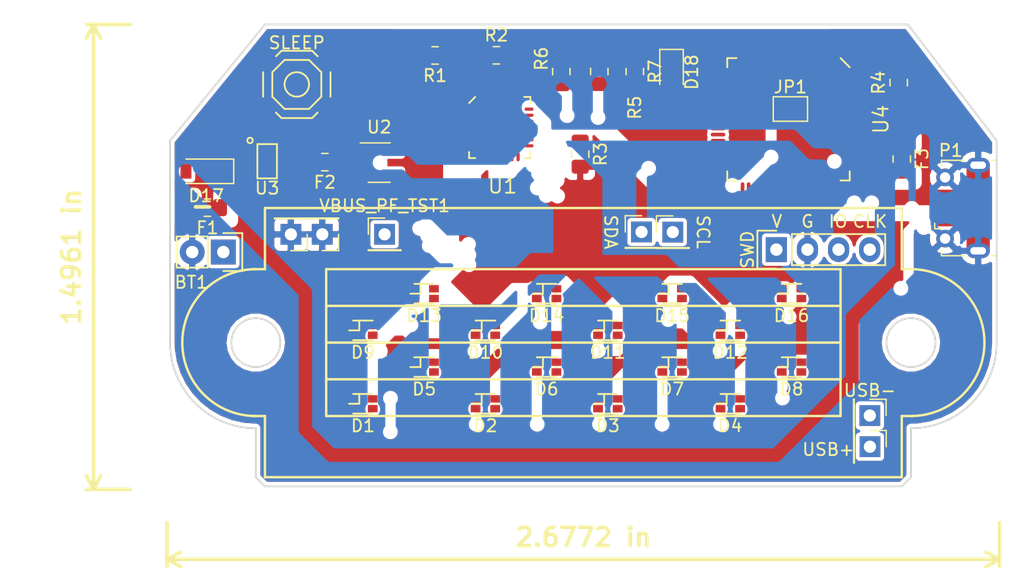
<source format=kicad_pcb>
(kicad_pcb (version 20171130) (host pcbnew 5.0.2+dfsg1-1)
  (layers (0 F.Cu signal) (31 B.Cu signal) (34 B.Paste user) (35 F.Paste user) (36 B.SilkS user) (37 F.SilkS user) (38 B.Mask user) (39 F.Mask user) (44 Edge.Cuts user))
  (net 0 "")
  (net 1 +BATT)
  (net 2 GND)
  (net 3 "Net-(D1-Pad1)")
  (net 4 "Net-(D1-Pad2)")
  (net 5 "Net-(D1-Pad3)")
  (net 6 "Net-(D1-Pad4)")
  (net 7 "Net-(D10-Pad1)")
  (net 8 "Net-(D10-Pad2)")
  (net 9 "Net-(D10-Pad3)")
  (net 10 "Net-(D10-Pad4)")
  (net 11 VBUS)
  (net 12 +5V)
  (net 13 /USB_DM)
  (net 14 "Net-(P1-Pad4)")
  (net 15 /USB_DP)
  (net 16 /SDB)
  (net 17 /INTB)
  (net 18 +3V3)
  (net 19 /BOOT0)
  (net 20 "Net-(U1-Pad23)")
  (net 21 /SDA)
  (net 22 /SCL)
  (net 23 "Net-(U2-Pad4)")
  (net 24 "Net-(U3-Pad4)")
  (net 25 "Net-(U4-Pad3)")
  (net 26 "Net-(U4-Pad4)")
  (net 27 "Net-(U4-Pad5)")
  (net 28 "Net-(U4-Pad6)")
  (net 29 /NRST)
  (net 30 "Net-(U4-Pad8)")
  (net 31 "Net-(U4-Pad9)")
  (net 32 "Net-(U4-Pad10)")
  (net 33 "Net-(U4-Pad11)")
  (net 34 "Net-(U4-Pad14)")
  (net 35 "Net-(U4-Pad15)")
  (net 36 "Net-(U4-Pad16)")
  (net 37 "Net-(U4-Pad17)")
  (net 38 "Net-(U4-Pad20)")
  (net 39 "Net-(U4-Pad22)")
  (net 40 "Net-(U4-Pad23)")
  (net 41 "Net-(U4-Pad24)")
  (net 42 "Net-(U4-Pad25)")
  (net 43 "Net-(U4-Pad26)")
  (net 44 "Net-(U4-Pad27)")
  (net 45 "Net-(U4-Pad28)")
  (net 46 "Net-(U4-Pad29)")
  (net 47 "Net-(U4-Pad30)")
  (net 48 "Net-(U4-Pad33)")
  (net 49 "Net-(U4-Pad34)")
  (net 50 "Net-(U4-Pad35)")
  (net 51 "Net-(U4-Pad36)")
  (net 52 "Net-(U4-Pad37)")
  (net 53 "Net-(U4-Pad38)")
  (net 54 "Net-(U4-Pad39)")
  (net 55 "Net-(U4-Pad40)")
  (net 56 "Net-(U4-Pad41)")
  (net 57 "Net-(U4-Pad50)")
  (net 58 "Net-(U4-Pad51)")
  (net 59 "Net-(U4-Pad52)")
  (net 60 "Net-(U4-Pad54)")
  (net 61 "Net-(U4-Pad55)")
  (net 62 "Net-(U4-Pad56)")
  (net 63 "Net-(U4-Pad57)")
  (net 64 "Net-(U4-Pad58)")
  (net 65 "Net-(U4-Pad59)")
  (net 66 "Net-(U4-Pad61)")
  (net 67 "Net-(U4-Pad62)")
  (net 68 /SWDIO)
  (net 69 /SWCLK)
  (net 70 "Net-(SW1-Pad2)")
  (net 71 "Net-(U4-Pad53)")
  (net 72 /LED_CURRENT)
  (net 73 "Net-(D17-Pad1)")
  (net 74 "Net-(D17-Pad2)")
  (net 75 "Net-(F1-Pad1)")
  (net 76 /CRASH_LED)
  (net 77 "Net-(D18-Pad2)")
  (net 78 "Net-(D12-Pad1)")
  (net 79 "Net-(D14-Pad1)")
  (net 80 "Net-(D16-Pad1)")
  (net 81 "Net-(D11-Pad1)")
  (net 82 "Net-(D13-Pad1)")
  (net 83 "Net-(D15-Pad1)")
  (module lixie:LED_LSTD_0606 (layer F.Cu) (at 86 93)
    (fp_text reference D1 (at 0 1.8) (layer F.SilkS))
    (fp_text value LED_ARBG)
    (pad 1 smd rect (at -0.8 -0.4) (size 0.8 0.6) (layers F.Cu F.Paste F.Mask) (net 3 "Net-(D1-Pad1)") (clearance 0.00001))
    (pad 3 smd rect (at -0.8 0.4) (size 0.8 0.6) (layers F.Cu F.Paste F.Mask) (net 5 "Net-(D1-Pad3)") (clearance 0.00001))
    (pad 4 smd rect (at 0.8 0.4) (size 0.8 0.6) (layers F.Cu F.Paste F.Mask) (net 6 "Net-(D1-Pad4)") (clearance 0.00001))
    (pad 2 smd rect (at 0.8 -0.4) (size 0.8 0.6) (layers F.Cu F.Paste F.Mask) (net 4 "Net-(D1-Pad2)") (clearance 0.00001))
  )
  (module Connector_PinHeader_2.54mm:PinHeader_1x01_P2.54mm_Vertical (layer F.Cu) (at 87.77 79.15)
    (fp_text reference VBUS_PF_TST1 (at 0 -2.33) (layer F.SilkS))
    (fp_text value TestPoint)
    (pad 1 thru_hole rect (at 0 0) (size 1.7 1.7) (drill 1) (layers *.Cu *.Mask) (net 73 "Net-(D17-Pad1)"))
  )
  (module Pin_Headers:Pin_Header_Straight_1x02 (layer F.Cu) (at 74.6 80.6 270)
    (fp_text reference BT1 (at 2.47 2.62 180) (layer F.SilkS))
    (fp_text value Battery_Cell hide)
    (pad 1 thru_hole rect (at 0 0 270) (size 2.032 2.032) (drill 1.016) (layers *.Cu *.Mask) (net 1 +BATT))
    (pad 2 thru_hole oval (at 0 2.54 270) (size 2.032 2.032) (drill 1.016) (layers *.Cu *.Mask) (net 2 GND))
  )
  (module lixie:USB_Micro-B_Molex-105017-0001 (layer F.Cu) (at 135 77 90)
    (fp_text reference P1 (at 4.7 -1 180) (layer F.SilkS))
    (fp_text value USB_OTG hide)
    (pad 6 smd rect (at 1 1.2375 90) (size 1.5 1.9) (layers F.Cu F.Paste F.Mask) (net 2 GND))
    (pad 6 thru_hole circle (at -2.5 -1.4625 90) (size 1.45 1.45) (drill 0.85) (layers *.Cu *.Mask) (net 2 GND))
    (pad 2 smd rect (at -0.65 -1.4625 90) (size 0.4 1.35) (layers F.Cu F.Paste F.Mask) (net 13 /USB_DM))
    (pad 1 smd rect (at -1.3 -1.4625 90) (size 0.4 1.35) (layers F.Cu F.Paste F.Mask) (net 12 +5V))
    (pad 5 smd rect (at 1.3 -1.4625 90) (size 0.4 1.35) (layers F.Cu F.Paste F.Mask) (net 2 GND))
    (pad 4 smd rect (at 0.65 -1.4625 90) (size 0.4 1.35) (layers F.Cu F.Paste F.Mask) (net 14 "Net-(P1-Pad4)"))
    (pad 3 smd rect (at 0 -1.4625 90) (size 0.4 1.35) (layers F.Cu F.Paste F.Mask) (net 15 /USB_DP))
    (pad 6 thru_hole circle (at 2.5 -1.4625 90) (size 1.45 1.45) (drill 0.85) (layers *.Cu *.Mask) (net 2 GND))
    (pad 6 smd rect (at -1 1.2375 90) (size 1.5 1.9) (layers F.Cu F.Paste F.Mask) (net 2 GND))
    (pad 6 thru_hole oval (at -3.5 1.2375 270) (size 1.2 1.9) (drill oval 0.6 1.3) (layers *.Cu *.Mask) (net 2 GND))
    (pad 6 thru_hole oval (at 3.5 1.2375 90) (size 1.2 1.9) (drill oval 0.6 1.3) (layers *.Cu *.Mask) (net 2 GND))
    (pad 6 smd rect (at 2.9 1.2375 90) (size 1.2 1.9) (layers F.Cu F.Mask) (net 2 GND))
    (pad 6 smd rect (at -2.9 1.2375 90) (size 1.2 1.9) (layers F.Cu F.Mask) (net 2 GND))
  )
  (module lixie:IS31FL3738 (layer F.Cu) (at 97.169999 70.419999)
    (fp_text reference U1 (at 0.230001 4.780001) (layer F.SilkS) (effects (font (size 1.2 1.2))))
    (fp_text value IS31FL3738 hide)
    (pad 1 smd oval (at -2.395 -1.5 90) (size 0.26 0.74) (layers F.Cu F.Paste F.Mask) (net 2 GND) (clearance 0.00001))
    (pad 2 smd oval (at -2.395 -1 90) (size 0.26 0.74) (layers F.Cu F.Paste F.Mask) (net 9 "Net-(D10-Pad3)") (clearance 0.00001))
    (pad 3 smd oval (at -2.395 -0.5 90) (size 0.26 0.74) (layers F.Cu F.Paste F.Mask) (net 10 "Net-(D10-Pad4)") (clearance 0.00001))
    (pad 4 smd oval (at -2.395 0 90) (size 0.26 0.74) (layers F.Cu F.Paste F.Mask) (net 2 GND) (clearance 0.00001))
    (pad 5 smd oval (at -2.395 0.5 90) (size 0.26 0.74) (layers F.Cu F.Paste F.Mask) (net 8 "Net-(D10-Pad2)") (clearance 0.00001))
    (pad 6 smd oval (at -2.395 1 90) (size 0.26 0.74) (layers F.Cu F.Paste F.Mask) (net 5 "Net-(D1-Pad3)") (clearance 0.00001))
    (pad 7 smd oval (at -2.395 1.5 90) (size 0.26 0.74) (layers F.Cu F.Paste F.Mask) (net 6 "Net-(D1-Pad4)") (clearance 0.00001))
    (pad 8 smd oval (at -1.5 2.395) (size 0.26 0.74) (layers F.Cu F.Paste F.Mask) (net 2 GND) (clearance 0.00001))
    (pad 9 smd oval (at -1 2.395) (size 0.26 0.74) (layers F.Cu F.Paste F.Mask) (net 4 "Net-(D1-Pad2)") (clearance 0.00001))
    (pad 10 smd oval (at -0.5 2.395) (size 0.26 0.74) (layers F.Cu F.Paste F.Mask) (net 3 "Net-(D1-Pad1)") (clearance 0.00001))
    (pad 11 smd oval (at 0 2.395) (size 0.26 0.74) (layers F.Cu F.Paste F.Mask) (net 7 "Net-(D10-Pad1)") (clearance 0.00001))
    (pad 12 smd oval (at 0.5 2.395) (size 0.26 0.74) (layers F.Cu F.Paste F.Mask) (net 11 VBUS) (clearance 0.00001))
    (pad 13 smd oval (at 1 2.395) (size 0.26 0.74) (layers F.Cu F.Paste F.Mask) (net 81 "Net-(D11-Pad1)") (clearance 0.00001))
    (pad 14 smd oval (at 1.5 2.395) (size 0.26 0.74) (layers F.Cu F.Paste F.Mask) (net 78 "Net-(D12-Pad1)") (clearance 0.00001))
    (pad 15 smd oval (at 2.395 1.5 90) (size 0.26 0.74) (layers F.Cu F.Paste F.Mask) (net 82 "Net-(D13-Pad1)") (clearance 0.00001))
    (pad 16 smd oval (at 2.395 1 90) (size 0.26 0.74) (layers F.Cu F.Paste F.Mask) (net 79 "Net-(D14-Pad1)") (clearance 0.00001))
    (pad 17 smd oval (at 2.395 0.5 90) (size 0.26 0.74) (layers F.Cu F.Paste F.Mask) (net 11 VBUS) (clearance 0.00001))
    (pad 18 smd oval (at 2.395 0 90) (size 0.26 0.74) (layers F.Cu F.Paste F.Mask) (net 83 "Net-(D15-Pad1)") (clearance 0.00001))
    (pad 19 smd oval (at 2.395 -0.5 90) (size 0.26 0.74) (layers F.Cu F.Paste F.Mask) (net 80 "Net-(D16-Pad1)") (clearance 0.00001))
    (pad 20 smd oval (at 2.395 -1 90) (size 0.26 0.74) (layers F.Cu F.Paste F.Mask) (net 72 /LED_CURRENT) (clearance 0.00001))
    (pad 21 smd oval (at 2.395 -1.5 90) (size 0.26 0.74) (layers F.Cu F.Paste F.Mask) (net 11 VBUS) (clearance 0.00001))
    (pad 22 smd oval (at 1.5 -2.395) (size 0.26 0.74) (layers F.Cu F.Paste F.Mask) (net 18 +3V3) (clearance 0.00001))
    (pad 23 smd oval (at 1 -2.395) (size 0.26 0.74) (layers F.Cu F.Paste F.Mask) (net 20 "Net-(U1-Pad23)") (clearance 0.00001))
    (pad 24 smd oval (at 0.5 -2.395) (size 0.26 0.74) (layers F.Cu F.Paste F.Mask) (net 21 /SDA) (clearance 0.00001))
    (pad 25 smd oval (at 0 -2.395) (size 0.26 0.74) (layers F.Cu F.Paste F.Mask) (net 22 /SCL) (clearance 0.00001))
    (pad 26 smd oval (at -0.5 -2.395) (size 0.26 0.74) (layers F.Cu F.Paste F.Mask) (net 2 GND) (clearance 0.00001))
    (pad 27 smd oval (at -1 -2.395) (size 0.26 0.74) (layers F.Cu F.Paste F.Mask) (net 17 /INTB) (clearance 0.00001))
    (pad 28 smd oval (at -1.5 -2.395) (size 0.26 0.74) (layers F.Cu F.Paste F.Mask) (net 16 /SDB) (clearance 0.00001))
    (pad 29 smd rect (at 0 0) (size 3.5 3.5) (layers F.Cu F.Paste F.Mask) (net 2 GND) (clearance 0.001))
  )
  (module Pin_Headers:Pin_Header_Straight_1x04 (layer F.Cu) (at 119.76 80.4 90)
    (fp_text reference SWD (at 0 -2.36 90) (layer F.SilkS))
    (fp_text value CONN_01X04 hide)
    (pad 1 thru_hole rect (at 0 0 90) (size 2.032 1.7272) (drill 1.016) (layers *.Cu *.Mask) (net 18 +3V3))
    (pad 2 thru_hole oval (at 0 2.54 90) (size 2.032 1.7272) (drill 1.016) (layers *.Cu *.Mask) (net 2 GND))
    (pad 3 thru_hole oval (at 0 5.08 90) (size 2.032 1.7272) (drill 1.016) (layers *.Cu *.Mask) (net 68 /SWDIO))
    (pad 4 thru_hole oval (at 0 7.62 90) (size 2.032 1.7272) (drill 1.016) (layers *.Cu *.Mask) (net 69 /SWCLK))
  )
  (module Buttons_Switches_SMD:SW_SPST_TL3342 (layer F.Cu) (at 80.6 66.9)
    (fp_text reference SLEEP (at 0 -3.4 180) (layer F.SilkS))
    (fp_text value SW_Push hide)
    (pad 1 smd rect (at -3.15 -1.9) (size 1.7 1) (layers F.Cu F.Paste F.Mask) (net 2 GND))
    (pad 1 smd rect (at 3.15 -1.9) (size 1.7 1) (layers F.Cu F.Paste F.Mask) (net 2 GND))
    (pad 2 smd rect (at -3.15 1.9) (size 1.7 1) (layers F.Cu F.Paste F.Mask) (net 70 "Net-(SW1-Pad2)"))
    (pad 2 smd rect (at 3.15 1.9) (size 1.7 1) (layers F.Cu F.Paste F.Mask) (net 70 "Net-(SW1-Pad2)"))
  )
  (module Connector_PinHeader_2.54mm:PinHeader_1x01_P2.54mm_Vertical (layer F.Cu) (at 111.3 78.97)
    (fp_text reference SCL_TST1 hide)
    (fp_text value TestPoint hide)
    (pad 1 thru_hole rect (at 0 0) (size 1.7 1.7) (drill 1) (layers *.Cu *.Mask) (net 22 /SCL))
  )
  (module Connector_PinHeader_2.54mm:PinHeader_1x01_P2.54mm_Vertical (layer F.Cu) (at 108.75 78.96)
    (fp_text reference SDA_TST1 hide)
    (fp_text value TestPoint hide)
    (pad 1 thru_hole rect (at 0 0) (size 1.7 1.7) (drill 1) (layers *.Cu *.Mask) (net 21 /SDA))
  )
  (module Connector_PinHeader_2.54mm:PinHeader_1x01_P2.54mm_Vertical (layer F.Cu) (at 127.39 93.96 270)
    (fp_text reference USB_DM_TST1 hide)
    (fp_text value TestPoint hide)
    (pad 1 thru_hole rect (at 0 0 270) (size 1.7 1.7) (drill 1) (layers *.Cu *.Mask) (net 13 /USB_DM))
  )
  (module Connector_PinHeader_2.54mm:PinHeader_1x01_P2.54mm_Vertical (layer F.Cu) (at 127.4 96.51 270)
    (fp_text reference USB_DP_TST1 hide)
    (fp_text value TestPoint hide)
    (pad 1 thru_hole rect (at 0 0 270) (size 1.7 1.7) (drill 1) (layers *.Cu *.Mask) (net 15 /USB_DP))
  )
  (module Connector_PinHeader_2.54mm:PinHeader_1x01_P2.54mm_Vertical (layer F.Cu) (at 82.68 79.15 180)
    (fp_text reference USB_DP_GND1 hide)
    (fp_text value TestPoint hide)
    (pad 1 thru_hole rect (at 0 0 180) (size 1.7 1.7) (drill 1) (layers *.Cu *.Mask) (net 2 GND))
  )
  (module Connector_PinHeader_2.54mm:PinHeader_1x01_P2.54mm_Vertical (layer F.Cu) (at 80.116023 79.155612 180)
    (fp_text reference USB_DP_GND2 hide)
    (fp_text value TestPoint hide)
    (pad 1 thru_hole rect (at 0 0 180) (size 1.7 1.7) (drill 1) (layers *.Cu *.Mask) (net 2 GND))
  )
  (module Resistor_SMD:R_0805_2012Metric_Pad1.15x1.40mm_HandSolder (layer F.Cu) (at 108.2 65.85 270)
    (fp_text reference R7 (at 0 -1.65 270) (layer F.SilkS))
    (fp_text value 10k)
    (pad 1 smd roundrect (at -1.025 0 270) (size 1.15 1.4) (layers F.Cu F.Paste F.Mask) (roundrect_rratio 0.217391) (net 19 /BOOT0))
    (pad 2 smd roundrect (at 1.025 0 270) (size 1.15 1.4) (layers F.Cu F.Paste F.Mask) (roundrect_rratio 0.217391) (net 2 GND))
  )
  (module Resistor_SMD:R_0805_2012Metric_Pad1.15x1.40mm_HandSolder (layer F.Cu) (at 91.89 64.53 180)
    (fp_text reference R1 (at 0 -1.65 180) (layer F.SilkS))
    (fp_text value 4.7k)
    (pad 1 smd roundrect (at -1.025 0 180) (size 1.15 1.4) (layers F.Cu F.Paste F.Mask) (roundrect_rratio 0.217391) (net 18 +3V3))
    (pad 2 smd roundrect (at 1.025 0 180) (size 1.15 1.4) (layers F.Cu F.Paste F.Mask) (roundrect_rratio 0.217391) (net 21 /SDA))
  )
  (module Resistor_SMD:R_0805_2012Metric_Pad1.15x1.40mm_HandSolder (layer F.Cu) (at 96.9 64.52)
    (fp_text reference R2 (at 0 -1.65) (layer F.SilkS))
    (fp_text value 4.7k)
    (pad 2 smd roundrect (at 1.025 0) (size 1.15 1.4) (layers F.Cu F.Paste F.Mask) (roundrect_rratio 0.217391) (net 22 /SCL))
    (pad 1 smd roundrect (at -1.025 0) (size 1.15 1.4) (layers F.Cu F.Paste F.Mask) (roundrect_rratio 0.217391) (net 18 +3V3))
  )
  (module Resistor_SMD:R_0805_2012Metric_Pad1.15x1.40mm_HandSolder (layer F.Cu) (at 103.74 72.6 270)
    (fp_text reference R3 (at 0 -1.65 270) (layer F.SilkS))
    (fp_text value 100k)
    (pad 1 smd roundrect (at -1.025 0 270) (size 1.15 1.4) (layers F.Cu F.Paste F.Mask) (roundrect_rratio 0.217391) (net 16 /SDB))
    (pad 2 smd roundrect (at 1.025 0 270) (size 1.15 1.4) (layers F.Cu F.Paste F.Mask) (roundrect_rratio 0.217391) (net 2 GND))
  )
  (module Resistor_SMD:R_0805_2012Metric_Pad1.15x1.40mm_HandSolder (layer F.Cu) (at 129.75 66.75 90)
    (fp_text reference R4 (at 0 -1.65 90) (layer F.SilkS))
    (fp_text value 100k)
    (pad 2 smd roundrect (at 1.025 0 90) (size 1.15 1.4) (layers F.Cu F.Paste F.Mask) (roundrect_rratio 0.217391) (net 18 +3V3))
    (pad 1 smd roundrect (at -1.025 0 90) (size 1.15 1.4) (layers F.Cu F.Paste F.Mask) (roundrect_rratio 0.217391) (net 17 /INTB))
  )
  (module Resistor_SMD:R_0805_2012Metric_Pad1.15x1.40mm_HandSolder (layer F.Cu) (at 105.3 65.84 270)
    (fp_text reference R5 (at 2.96 -2.9 270) (layer F.SilkS))
    (fp_text value 100k)
    (pad 2 smd roundrect (at 1.025 0 270) (size 1.15 1.4) (layers F.Cu F.Paste F.Mask) (roundrect_rratio 0.217391) (net 2 GND))
    (pad 1 smd roundrect (at -1.025 0 270) (size 1.15 1.4) (layers F.Cu F.Paste F.Mask) (roundrect_rratio 0.217391) (net 72 /LED_CURRENT))
  )
  (module Resistor_SMD:R_0805_2012Metric_Pad1.15x1.40mm_HandSolder (layer F.Cu) (at 102.2 65.85 270)
    (fp_text reference R6 (at -1.05 1.63 270) (layer F.SilkS))
    (fp_text value R)
    (pad 1 smd roundrect (at -1.025 0 270) (size 1.15 1.4) (layers F.Cu F.Paste F.Mask) (roundrect_rratio 0.217391) (net 18 +3V3))
    (pad 2 smd roundrect (at 1.025 0 270) (size 1.15 1.4) (layers F.Cu F.Paste F.Mask) (roundrect_rratio 0.217391) (net 77 "Net-(D18-Pad2)"))
  )
  (module lixie:LED_LSTD_0606 (layer F.Cu) (at 96 93)
    (fp_text reference D2 (at 0 1.8) (layer F.SilkS))
    (fp_text value LED_ARBG)
    (pad 2 smd rect (at 0.8 -0.4) (size 0.8 0.6) (layers F.Cu F.Paste F.Mask) (net 4 "Net-(D1-Pad2)") (clearance 0.00001))
    (pad 4 smd rect (at 0.8 0.4) (size 0.8 0.6) (layers F.Cu F.Paste F.Mask) (net 6 "Net-(D1-Pad4)") (clearance 0.00001))
    (pad 3 smd rect (at -0.8 0.4) (size 0.8 0.6) (layers F.Cu F.Paste F.Mask) (net 5 "Net-(D1-Pad3)") (clearance 0.00001))
    (pad 1 smd rect (at -0.8 -0.4) (size 0.8 0.6) (layers F.Cu F.Paste F.Mask) (net 7 "Net-(D10-Pad1)") (clearance 0.00001))
  )
  (module lixie:LED_LSTD_0606 (layer F.Cu) (at 116 93)
    (fp_text reference D4 (at 0 1.8) (layer F.SilkS))
    (fp_text value LED_ARBG)
    (pad 2 smd rect (at 0.8 -0.4) (size 0.8 0.6) (layers F.Cu F.Paste F.Mask) (net 4 "Net-(D1-Pad2)") (clearance 0.00001))
    (pad 4 smd rect (at 0.8 0.4) (size 0.8 0.6) (layers F.Cu F.Paste F.Mask) (net 6 "Net-(D1-Pad4)") (clearance 0.00001))
    (pad 3 smd rect (at -0.8 0.4) (size 0.8 0.6) (layers F.Cu F.Paste F.Mask) (net 5 "Net-(D1-Pad3)") (clearance 0.00001))
    (pad 1 smd rect (at -0.8 -0.4) (size 0.8 0.6) (layers F.Cu F.Paste F.Mask) (net 78 "Net-(D12-Pad1)") (clearance 0.00001))
  )
  (module lixie:LED_LSTD_0606 (layer F.Cu) (at 91 90)
    (fp_text reference D5 (at 0 1.8) (layer F.SilkS))
    (fp_text value LED_ARBG)
    (pad 1 smd rect (at -0.8 -0.4) (size 0.8 0.6) (layers F.Cu F.Paste F.Mask) (net 82 "Net-(D13-Pad1)") (clearance 0.00001))
    (pad 3 smd rect (at -0.8 0.4) (size 0.8 0.6) (layers F.Cu F.Paste F.Mask) (net 5 "Net-(D1-Pad3)") (clearance 0.00001))
    (pad 4 smd rect (at 0.8 0.4) (size 0.8 0.6) (layers F.Cu F.Paste F.Mask) (net 6 "Net-(D1-Pad4)") (clearance 0.00001))
    (pad 2 smd rect (at 0.8 -0.4) (size 0.8 0.6) (layers F.Cu F.Paste F.Mask) (net 4 "Net-(D1-Pad2)") (clearance 0.00001))
  )
  (module lixie:LED_LSTD_0606 (layer F.Cu) (at 101 90)
    (fp_text reference D6 (at 0 1.8) (layer F.SilkS))
    (fp_text value LED_ARBG)
    (pad 1 smd rect (at -0.8 -0.4) (size 0.8 0.6) (layers F.Cu F.Paste F.Mask) (net 79 "Net-(D14-Pad1)") (clearance 0.00001))
    (pad 3 smd rect (at -0.8 0.4) (size 0.8 0.6) (layers F.Cu F.Paste F.Mask) (net 5 "Net-(D1-Pad3)") (clearance 0.00001))
    (pad 4 smd rect (at 0.8 0.4) (size 0.8 0.6) (layers F.Cu F.Paste F.Mask) (net 6 "Net-(D1-Pad4)") (clearance 0.00001))
    (pad 2 smd rect (at 0.8 -0.4) (size 0.8 0.6) (layers F.Cu F.Paste F.Mask) (net 4 "Net-(D1-Pad2)") (clearance 0.00001))
  )
  (module lixie:LED_LSTD_0606 (layer F.Cu) (at 111.25 90)
    (fp_text reference D7 (at 0 1.8) (layer F.SilkS))
    (fp_text value LED_ARBG)
    (pad 2 smd rect (at 0.8 -0.4) (size 0.8 0.6) (layers F.Cu F.Paste F.Mask) (net 4 "Net-(D1-Pad2)") (clearance 0.00001))
    (pad 4 smd rect (at 0.8 0.4) (size 0.8 0.6) (layers F.Cu F.Paste F.Mask) (net 6 "Net-(D1-Pad4)") (clearance 0.00001))
    (pad 3 smd rect (at -0.8 0.4) (size 0.8 0.6) (layers F.Cu F.Paste F.Mask) (net 5 "Net-(D1-Pad3)") (clearance 0.00001))
    (pad 1 smd rect (at -0.8 -0.4) (size 0.8 0.6) (layers F.Cu F.Paste F.Mask) (net 83 "Net-(D15-Pad1)") (clearance 0.00001))
  )
  (module lixie:LED_LSTD_0606 (layer F.Cu) (at 121 90)
    (fp_text reference D8 (at 0 1.8) (layer F.SilkS))
    (fp_text value LED_ARBG)
    (pad 2 smd rect (at 0.8 -0.4) (size 0.8 0.6) (layers F.Cu F.Paste F.Mask) (net 4 "Net-(D1-Pad2)") (clearance 0.00001))
    (pad 4 smd rect (at 0.8 0.4) (size 0.8 0.6) (layers F.Cu F.Paste F.Mask) (net 6 "Net-(D1-Pad4)") (clearance 0.00001))
    (pad 3 smd rect (at -0.8 0.4) (size 0.8 0.6) (layers F.Cu F.Paste F.Mask) (net 5 "Net-(D1-Pad3)") (clearance 0.00001))
    (pad 1 smd rect (at -0.8 -0.4) (size 0.8 0.6) (layers F.Cu F.Paste F.Mask) (net 80 "Net-(D16-Pad1)") (clearance 0.00001))
  )
  (module lixie:LED_LSTD_0606 (layer F.Cu) (at 86 87)
    (fp_text reference D9 (at 0 1.8) (layer F.SilkS))
    (fp_text value LED_ARBG)
    (pad 1 smd rect (at -0.8 -0.4) (size 0.8 0.6) (layers F.Cu F.Paste F.Mask) (net 3 "Net-(D1-Pad1)") (clearance 0.00001))
    (pad 3 smd rect (at -0.8 0.4) (size 0.8 0.6) (layers F.Cu F.Paste F.Mask) (net 9 "Net-(D10-Pad3)") (clearance 0.00001))
    (pad 4 smd rect (at 0.8 0.4) (size 0.8 0.6) (layers F.Cu F.Paste F.Mask) (net 10 "Net-(D10-Pad4)") (clearance 0.00001))
    (pad 2 smd rect (at 0.8 -0.4) (size 0.8 0.6) (layers F.Cu F.Paste F.Mask) (net 8 "Net-(D10-Pad2)") (clearance 0.00001))
  )
  (module lixie:LED_LSTD_0606 (layer F.Cu) (at 96 87)
    (fp_text reference D10 (at 0 1.8) (layer F.SilkS))
    (fp_text value LED_ARBG)
    (pad 1 smd rect (at -0.8 -0.4) (size 0.8 0.6) (layers F.Cu F.Paste F.Mask) (net 7 "Net-(D10-Pad1)") (clearance 0.00001))
    (pad 3 smd rect (at -0.8 0.4) (size 0.8 0.6) (layers F.Cu F.Paste F.Mask) (net 9 "Net-(D10-Pad3)") (clearance 0.00001))
    (pad 4 smd rect (at 0.8 0.4) (size 0.8 0.6) (layers F.Cu F.Paste F.Mask) (net 10 "Net-(D10-Pad4)") (clearance 0.00001))
    (pad 2 smd rect (at 0.8 -0.4) (size 0.8 0.6) (layers F.Cu F.Paste F.Mask) (net 8 "Net-(D10-Pad2)") (clearance 0.00001))
  )
  (module lixie:LED_LSTD_0606 (layer F.Cu) (at 116 87)
    (fp_text reference D12 (at 0 1.8) (layer F.SilkS))
    (fp_text value LED_ARBG)
    (pad 2 smd rect (at 0.8 -0.4) (size 0.8 0.6) (layers F.Cu F.Paste F.Mask) (net 8 "Net-(D10-Pad2)") (clearance 0.00001))
    (pad 4 smd rect (at 0.8 0.4) (size 0.8 0.6) (layers F.Cu F.Paste F.Mask) (net 10 "Net-(D10-Pad4)") (clearance 0.00001))
    (pad 3 smd rect (at -0.8 0.4) (size 0.8 0.6) (layers F.Cu F.Paste F.Mask) (net 9 "Net-(D10-Pad3)") (clearance 0.00001))
    (pad 1 smd rect (at -0.8 -0.4) (size 0.8 0.6) (layers F.Cu F.Paste F.Mask) (net 78 "Net-(D12-Pad1)") (clearance 0.00001))
  )
  (module lixie:LED_LSTD_0606 (layer F.Cu) (at 91 84)
    (fp_text reference D13 (at 0 1.8) (layer F.SilkS))
    (fp_text value LED_ARBG)
    (pad 2 smd rect (at 0.8 -0.4) (size 0.8 0.6) (layers F.Cu F.Paste F.Mask) (net 8 "Net-(D10-Pad2)") (clearance 0.00001))
    (pad 4 smd rect (at 0.8 0.4) (size 0.8 0.6) (layers F.Cu F.Paste F.Mask) (net 10 "Net-(D10-Pad4)") (clearance 0.00001))
    (pad 3 smd rect (at -0.8 0.4) (size 0.8 0.6) (layers F.Cu F.Paste F.Mask) (net 9 "Net-(D10-Pad3)") (clearance 0.00001))
    (pad 1 smd rect (at -0.8 -0.4) (size 0.8 0.6) (layers F.Cu F.Paste F.Mask) (net 82 "Net-(D13-Pad1)") (clearance 0.00001))
  )
  (module lixie:LED_LSTD_0606 (layer F.Cu) (at 101 84)
    (fp_text reference D14 (at 0 1.8) (layer F.SilkS))
    (fp_text value LED_ARBG)
    (pad 1 smd rect (at -0.8 -0.4) (size 0.8 0.6) (layers F.Cu F.Paste F.Mask) (net 79 "Net-(D14-Pad1)") (clearance 0.00001))
    (pad 3 smd rect (at -0.8 0.4) (size 0.8 0.6) (layers F.Cu F.Paste F.Mask) (net 9 "Net-(D10-Pad3)") (clearance 0.00001))
    (pad 4 smd rect (at 0.8 0.4) (size 0.8 0.6) (layers F.Cu F.Paste F.Mask) (net 10 "Net-(D10-Pad4)") (clearance 0.00001))
    (pad 2 smd rect (at 0.8 -0.4) (size 0.8 0.6) (layers F.Cu F.Paste F.Mask) (net 8 "Net-(D10-Pad2)") (clearance 0.00001))
  )
  (module lixie:LED_LSTD_0606 (layer F.Cu) (at 111.25 84)
    (fp_text reference D15 (at 0 1.8) (layer F.SilkS))
    (fp_text value LED_ARBG)
    (pad 1 smd rect (at -0.8 -0.4) (size 0.8 0.6) (layers F.Cu F.Paste F.Mask) (net 83 "Net-(D15-Pad1)") (clearance 0.00001))
    (pad 3 smd rect (at -0.8 0.4) (size 0.8 0.6) (layers F.Cu F.Paste F.Mask) (net 9 "Net-(D10-Pad3)") (clearance 0.00001))
    (pad 4 smd rect (at 0.8 0.4) (size 0.8 0.6) (layers F.Cu F.Paste F.Mask) (net 10 "Net-(D10-Pad4)") (clearance 0.00001))
    (pad 2 smd rect (at 0.8 -0.4) (size 0.8 0.6) (layers F.Cu F.Paste F.Mask) (net 8 "Net-(D10-Pad2)") (clearance 0.00001))
  )
  (module lixie:LED_LSTD_0606 (layer F.Cu) (at 121 84)
    (fp_text reference D16 (at 0 1.8) (layer F.SilkS))
    (fp_text value LED_ARBG)
    (pad 1 smd rect (at -0.8 -0.4) (size 0.8 0.6) (layers F.Cu F.Paste F.Mask) (net 80 "Net-(D16-Pad1)") (clearance 0.00001))
    (pad 3 smd rect (at -0.8 0.4) (size 0.8 0.6) (layers F.Cu F.Paste F.Mask) (net 9 "Net-(D10-Pad3)") (clearance 0.00001))
    (pad 4 smd rect (at 0.8 0.4) (size 0.8 0.6) (layers F.Cu F.Paste F.Mask) (net 10 "Net-(D10-Pad4)") (clearance 0.00001))
    (pad 2 smd rect (at 0.8 -0.4) (size 0.8 0.6) (layers F.Cu F.Paste F.Mask) (net 8 "Net-(D10-Pad2)") (clearance 0.00001))
  )
  (module Fuse:Fuse_0805_2012Metric_Pad1.15x1.40mm_HandSolder (layer F.Cu) (at 73.3 76.97 180)
    (fp_text reference F1 (at 0 -1.65 180) (layer F.SilkS))
    (fp_text value Polyfuse)
    (pad 1 smd roundrect (at -1.025 0 180) (size 1.15 1.4) (layers F.Cu F.Paste F.Mask) (roundrect_rratio 0.217391) (net 75 "Net-(F1-Pad1)"))
    (pad 2 smd roundrect (at 1.025 0 180) (size 1.15 1.4) (layers F.Cu F.Paste F.Mask) (roundrect_rratio 0.217391) (net 1 +BATT))
  )
  (module Fuse:Fuse_0805_2012Metric_Pad1.15x1.40mm_HandSolder (layer F.Cu) (at 82.89 73.25 180)
    (fp_text reference F2 (at 0 -1.65 180) (layer F.SilkS))
    (fp_text value Polyfuse)
    (pad 1 smd roundrect (at -1.025 0 180) (size 1.15 1.4) (layers F.Cu F.Paste F.Mask) (roundrect_rratio 0.217391) (net 11 VBUS))
    (pad 2 smd roundrect (at 1.025 0 180) (size 1.15 1.4) (layers F.Cu F.Paste F.Mask) (roundrect_rratio 0.217391) (net 73 "Net-(D17-Pad1)"))
  )
  (module Fuse:Fuse_0805_2012Metric_Pad1.15x1.40mm_HandSolder (layer F.Cu) (at 130 73 270)
    (fp_text reference F3 (at 0 -1.65 270) (layer F.SilkS))
    (fp_text value Polyfuse)
    (pad 2 smd roundrect (at 1.025 0 270) (size 1.15 1.4) (layers F.Cu F.Paste F.Mask) (roundrect_rratio 0.217391) (net 74 "Net-(D17-Pad2)"))
    (pad 1 smd roundrect (at -1.025 0 270) (size 1.15 1.4) (layers F.Cu F.Paste F.Mask) (roundrect_rratio 0.217391) (net 12 +5V))
  )
  (module Jumper:SolderJumper-2_P1.3mm_Open_TrianglePad1.0x1.5mm (layer F.Cu) (at 120.905 68.91)
    (fp_text reference JP1 (at 0 -1.8) (layer F.SilkS))
    (fp_text value Jumper_2_Open)
    (pad 2 smd custom (at 0.725 0) (size 0.3 0.3) (layers F.Cu F.Mask) (net 29 /NRST) (options (clearance outline) (anchor rect)) (primitives (gr_poly (pts (xy -0.65 -0.75) (xy 0.5 -0.75) (xy 0.5 0.75) (xy -0.65 0.75) (xy -0.15 0)) (width 0))))
    (pad 1 smd custom (at -0.725 0) (size 0.3 0.3) (layers F.Cu F.Mask) (net 2 GND) (options (clearance outline) (anchor rect)) (primitives (gr_poly (pts (xy -0.5 -0.75) (xy 0.5 -0.75) (xy 1 0) (xy 0.5 0.75) (xy -0.5 0.75)) (width 0))))
  )
  (module lixie:LED_LSTD_0606 (layer F.Cu) (at 106 93)
    (fp_text reference D3 (at 0 1.8) (layer F.SilkS))
    (fp_text value LED_ARBG)
    (pad 2 smd rect (at 0.8 -0.4) (size 0.8 0.6) (layers F.Cu F.Paste F.Mask) (net 4 "Net-(D1-Pad2)") (clearance 0.00001))
    (pad 4 smd rect (at 0.8 0.4) (size 0.8 0.6) (layers F.Cu F.Paste F.Mask) (net 6 "Net-(D1-Pad4)") (clearance 0.00001))
    (pad 3 smd rect (at -0.8 0.4) (size 0.8 0.6) (layers F.Cu F.Paste F.Mask) (net 5 "Net-(D1-Pad3)") (clearance 0.00001))
    (pad 1 smd rect (at -0.8 -0.4) (size 0.8 0.6) (layers F.Cu F.Paste F.Mask) (net 81 "Net-(D11-Pad1)") (clearance 0.00001))
  )
  (module lixie:MIC550x (layer F.Cu) (at 78.18 73.18)
    (fp_text reference U3 (at 0 2.2) (layer F.SilkS))
    (fp_text value MIC550x)
    (pad 1 smd rect (at -1.315 -0.95 180) (size 1 0.66) (layers F.Cu F.Paste F.Mask) (net 11 VBUS) (clearance 0.00001))
    (pad 2 smd rect (at -1.315 0) (size 1 0.66) (layers F.Cu F.Paste F.Mask) (net 2 GND) (clearance 0.00001))
    (pad 3 smd rect (at -1.315 0.95 180) (size 1 0.66) (layers F.Cu F.Paste F.Mask) (net 11 VBUS) (clearance 0.00001))
    (pad 4 smd rect (at 1.315 0.95) (size 1 0.66) (layers F.Cu F.Paste F.Mask) (net 24 "Net-(U3-Pad4)") (clearance 0.00001))
    (pad 5 smd rect (at 1.315 -0.95) (size 1 0.66) (layers F.Cu F.Paste F.Mask) (net 18 +3V3) (clearance 0.00001))
  )
  (module lixie:LED_LSTD_0606 (layer F.Cu) (at 106 87)
    (fp_text reference D11 (at 0 1.8) (layer F.SilkS))
    (fp_text value LED_ARBG)
    (pad 2 smd rect (at 0.8 -0.4) (size 0.8 0.6) (layers F.Cu F.Paste F.Mask) (net 8 "Net-(D10-Pad2)") (clearance 0.00001))
    (pad 4 smd rect (at 0.8 0.4) (size 0.8 0.6) (layers F.Cu F.Paste F.Mask) (net 10 "Net-(D10-Pad4)") (clearance 0.00001))
    (pad 3 smd rect (at -0.8 0.4) (size 0.8 0.6) (layers F.Cu F.Paste F.Mask) (net 9 "Net-(D10-Pad3)") (clearance 0.00001))
    (pad 1 smd rect (at -0.8 -0.4) (size 0.8 0.6) (layers F.Cu F.Paste F.Mask) (net 81 "Net-(D11-Pad1)") (clearance 0.00001))
  )
  (module Diode_SMD:D_SOD-123 (layer F.Cu) (at 73.2 74 180)
    (fp_text reference D17 (at 0 -2 180) (layer F.SilkS))
    (fp_text value D)
    (pad 1 smd rect (at -1.65 0 180) (size 0.9 1.2) (layers F.Cu F.Paste F.Mask) (net 73 "Net-(D17-Pad1)"))
    (pad 2 smd rect (at 1.65 0 180) (size 0.9 1.2) (layers F.Cu F.Paste F.Mask) (net 74 "Net-(D17-Pad2)"))
  )
  (module LED_SMD:LED_0805_2012Metric_Pad1.15x1.40mm_HandSolder (layer F.Cu) (at 111.2 65.9 270)
    (fp_text reference D18 (at 0 -1.65 270) (layer F.SilkS))
    (fp_text value LED)
    (pad 1 smd roundrect (at -1.025 0 270) (size 1.15 1.4) (layers F.Cu F.Paste F.Mask) (roundrect_rratio 0.217391) (net 76 /CRASH_LED))
    (pad 2 smd roundrect (at 1.025 0 270) (size 1.15 1.4) (layers F.Cu F.Paste F.Mask) (roundrect_rratio 0.217391) (net 77 "Net-(D18-Pad2)"))
  )
  (module lixie:MAX40200 (layer F.Cu) (at 87.33 73.29)
    (fp_text reference U2 (at 0 -2.9) (layer F.SilkS))
    (fp_text value MAX40200)
    (pad 1 smd rect (at -1.1 -0.95) (size 1.06 0.65) (layers F.Cu F.Paste F.Mask) (net 75 "Net-(F1-Pad1)"))
    (pad 2 smd rect (at -1.1 0) (size 1.06 0.65) (layers F.Cu F.Paste F.Mask) (net 2 GND))
    (pad 3 smd rect (at -1.1 0.95) (size 1.06 0.65) (layers F.Cu F.Paste F.Mask) (net 75 "Net-(F1-Pad1)"))
    (pad 4 smd rect (at 1.1 0.95) (size 1.06 0.65) (layers F.Cu F.Paste F.Mask) (net 23 "Net-(U2-Pad4)"))
    (pad 5 smd rect (at 1.1 -0.95) (size 1.06 0.65) (layers F.Cu F.Paste F.Mask) (net 73 "Net-(D17-Pad1)"))
  )
  (module lixie:STM32L073RZT3 (layer F.Cu) (at 120.75 69.75 270)
    (fp_text reference U4 (at 0 -7.55 270) (layer F.SilkS) (effects (font (size 1.2 1.2))))
    (fp_text value STM32L073xZ)
    (pad 1 smd oval (at -5.75 -3.75) (size 0.3 1.2) (layers F.Cu F.Paste F.Mask) (net 18 +3V3))
    (pad 2 smd oval (at -5.75 -3.25) (size 0.3 1.2) (layers F.Cu F.Paste F.Mask) (net 70 "Net-(SW1-Pad2)"))
    (pad 3 smd oval (at -5.75 -2.75) (size 0.3 1.2) (layers F.Cu F.Paste F.Mask) (net 25 "Net-(U4-Pad3)"))
    (pad 4 smd oval (at -5.75 -2.25) (size 0.3 1.2) (layers F.Cu F.Paste F.Mask) (net 26 "Net-(U4-Pad4)"))
    (pad 5 smd oval (at -5.75 -1.75) (size 0.3 1.2) (layers F.Cu F.Paste F.Mask) (net 27 "Net-(U4-Pad5)"))
    (pad 6 smd oval (at -5.75 -1.25) (size 0.3 1.2) (layers F.Cu F.Paste F.Mask) (net 28 "Net-(U4-Pad6)"))
    (pad 7 smd oval (at -5.75 -0.75) (size 0.3 1.2) (layers F.Cu F.Paste F.Mask) (net 29 /NRST))
    (pad 8 smd oval (at -5.75 -0.25) (size 0.3 1.2) (layers F.Cu F.Paste F.Mask) (net 30 "Net-(U4-Pad8)"))
    (pad 9 smd oval (at -5.75 0.25) (size 0.3 1.2) (layers F.Cu F.Paste F.Mask) (net 31 "Net-(U4-Pad9)"))
    (pad 10 smd oval (at -5.75 0.75 180) (size 0.3 1.2) (layers F.Cu F.Paste F.Mask) (net 32 "Net-(U4-Pad10)"))
    (pad 11 smd oval (at -5.75 1.25 180) (size 0.3 1.2) (layers F.Cu F.Paste F.Mask) (net 33 "Net-(U4-Pad11)"))
    (pad 12 smd oval (at -5.75 1.75) (size 0.3 1.2) (layers F.Cu F.Paste F.Mask) (net 2 GND))
    (pad 13 smd oval (at -5.75 2.25 180) (size 0.3 1.2) (layers F.Cu F.Paste F.Mask) (net 18 +3V3))
    (pad 14 smd oval (at -5.75 2.75) (size 0.3 1.2) (layers F.Cu F.Paste F.Mask) (net 34 "Net-(U4-Pad14)"))
    (pad 15 smd oval (at -5.75 3.25) (size 0.3 1.2) (layers F.Cu F.Paste F.Mask) (net 35 "Net-(U4-Pad15)"))
    (pad 16 smd oval (at -5.75 3.75) (size 0.3 1.2) (layers F.Cu F.Paste F.Mask) (net 36 "Net-(U4-Pad16)"))
    (pad 17 smd oval (at -3.75 5.75 270) (size 0.3 1.2) (layers F.Cu F.Paste F.Mask) (net 37 "Net-(U4-Pad17)"))
    (pad 18 smd oval (at -3.25 5.75 270) (size 0.3 1.2) (layers F.Cu F.Paste F.Mask) (net 2 GND))
    (pad 19 smd oval (at -2.75 5.75 270) (size 0.3 1.2) (layers F.Cu F.Paste F.Mask) (net 18 +3V3))
    (pad 20 smd oval (at -2.25 5.75 270) (size 0.3 1.2) (layers F.Cu F.Paste F.Mask) (net 38 "Net-(U4-Pad20)"))
    (pad 21 smd oval (at -1.75 5.75 270) (size 0.3 1.2) (layers F.Cu F.Paste F.Mask) (net 76 /CRASH_LED))
    (pad 22 smd oval (at -1.25 5.75 270) (size 0.3 1.2) (layers F.Cu F.Paste F.Mask) (net 39 "Net-(U4-Pad22)"))
    (pad 23 smd oval (at -0.75 5.75 270) (size 0.3 1.2) (layers F.Cu F.Paste F.Mask) (net 40 "Net-(U4-Pad23)"))
    (pad 24 smd oval (at -0.25 5.75 270) (size 0.3 1.2) (layers F.Cu F.Paste F.Mask) (net 41 "Net-(U4-Pad24)"))
    (pad 25 smd oval (at 0.25 5.75 270) (size 0.3 1.2) (layers F.Cu F.Paste F.Mask) (net 42 "Net-(U4-Pad25)"))
    (pad 26 smd oval (at 0.75 5.75 270) (size 0.3 1.2) (layers F.Cu F.Paste F.Mask) (net 43 "Net-(U4-Pad26)"))
    (pad 27 smd oval (at 1.25 5.75 270) (size 0.3 1.2) (layers F.Cu F.Paste F.Mask) (net 44 "Net-(U4-Pad27)"))
    (pad 28 smd oval (at 1.75 5.75 270) (size 0.3 1.2) (layers F.Cu F.Paste F.Mask) (net 45 "Net-(U4-Pad28)"))
    (pad 29 smd oval (at 2.25 5.75 270) (size 0.3 1.2) (layers F.Cu F.Paste F.Mask) (net 46 "Net-(U4-Pad29)"))
    (pad 30 smd oval (at 2.75 5.75 270) (size 0.3 1.2) (layers F.Cu F.Paste F.Mask) (net 47 "Net-(U4-Pad30)"))
    (pad 31 smd oval (at 3.25 5.75 270) (size 0.3 1.2) (layers F.Cu F.Paste F.Mask) (net 2 GND))
    (pad 32 smd oval (at 3.75 5.75 270) (size 0.3 1.2) (layers F.Cu F.Paste F.Mask) (net 18 +3V3))
    (pad 33 smd oval (at 5.75 3.75) (size 0.3 1.2) (layers F.Cu F.Paste F.Mask) (net 48 "Net-(U4-Pad33)"))
    (pad 34 smd oval (at 5.75 3.25) (size 0.3 1.2) (layers F.Cu F.Paste F.Mask) (net 49 "Net-(U4-Pad34)"))
    (pad 35 smd oval (at 5.75 2.75) (size 0.3 1.2) (layers F.Cu F.Paste F.Mask) (net 50 "Net-(U4-Pad35)"))
    (pad 36 smd oval (at 5.75 2.25) (size 0.3 1.2) (layers F.Cu F.Paste F.Mask) (net 51 "Net-(U4-Pad36)"))
    (pad 37 smd oval (at 5.75 1.75) (size 0.3 1.2) (layers F.Cu F.Paste F.Mask) (net 52 "Net-(U4-Pad37)"))
    (pad 38 smd oval (at 5.75 1.25) (size 0.3 1.2) (layers F.Cu F.Paste F.Mask) (net 53 "Net-(U4-Pad38)"))
    (pad 39 smd oval (at 5.75 0.75) (size 0.3 1.2) (layers F.Cu F.Paste F.Mask) (net 54 "Net-(U4-Pad39)"))
    (pad 40 smd oval (at 5.75 0.25) (size 0.3 1.2) (layers F.Cu F.Paste F.Mask) (net 55 "Net-(U4-Pad40)"))
    (pad 41 smd oval (at 5.75 -0.25) (size 0.3 1.2) (layers F.Cu F.Paste F.Mask) (net 56 "Net-(U4-Pad41)"))
    (pad 42 smd oval (at 5.75 -0.75) (size 0.3 1.2) (layers F.Cu F.Paste F.Mask) (net 22 /SCL))
    (pad 43 smd oval (at 5.75 -1.25) (size 0.3 1.2) (layers F.Cu F.Paste F.Mask) (net 21 /SDA))
    (pad 44 smd oval (at 5.75 -1.75) (size 0.3 1.2) (layers F.Cu F.Paste F.Mask) (net 13 /USB_DM))
    (pad 45 smd oval (at 5.75 -2.25) (size 0.3 1.2) (layers F.Cu F.Paste F.Mask) (net 15 /USB_DP))
    (pad 46 smd oval (at 5.75 -2.75) (size 0.3 1.2) (layers F.Cu F.Paste F.Mask) (net 68 /SWDIO))
    (pad 47 smd oval (at 5.75 -3.25) (size 0.3 1.2) (layers F.Cu F.Paste F.Mask) (net 2 GND))
    (pad 48 smd oval (at 5.75 -3.75) (size 0.3 1.2) (layers F.Cu F.Paste F.Mask) (net 11 VBUS))
    (pad 49 smd oval (at 3.75 -5.75 270) (size 0.3 1.2) (layers F.Cu F.Paste F.Mask) (net 69 /SWCLK))
    (pad 50 smd oval (at 3.25 -5.75 270) (size 0.3 1.2) (layers F.Cu F.Paste F.Mask) (net 57 "Net-(U4-Pad50)"))
    (pad 51 smd oval (at 2.75 -5.75 270) (size 0.3 1.2) (layers F.Cu F.Paste F.Mask) (net 58 "Net-(U4-Pad51)"))
    (pad 52 smd oval (at 2.25 -5.75 270) (size 0.3 1.2) (layers F.Cu F.Paste F.Mask) (net 59 "Net-(U4-Pad52)"))
    (pad 53 smd oval (at 1.75 -5.75 270) (size 0.3 1.2) (layers F.Cu F.Paste F.Mask) (net 71 "Net-(U4-Pad53)"))
    (pad 54 smd oval (at 1.25 -5.75 270) (size 0.3 1.2) (layers F.Cu F.Paste F.Mask) (net 60 "Net-(U4-Pad54)"))
    (pad 55 smd oval (at 0.75 -5.75 270) (size 0.3 1.2) (layers F.Cu F.Paste F.Mask) (net 61 "Net-(U4-Pad55)"))
    (pad 56 smd oval (at 0.25 -5.75 270) (size 0.3 1.2) (layers F.Cu F.Paste F.Mask) (net 62 "Net-(U4-Pad56)"))
    (pad 57 smd oval (at -0.25 -5.75 270) (size 0.3 1.2) (layers F.Cu F.Paste F.Mask) (net 63 "Net-(U4-Pad57)"))
    (pad 58 smd oval (at -0.75 -5.75 270) (size 0.3 1.2) (layers F.Cu F.Paste F.Mask) (net 64 "Net-(U4-Pad58)"))
    (pad 59 smd oval (at -1.25 -5.75 270) (size 0.3 1.2) (layers F.Cu F.Paste F.Mask) (net 65 "Net-(U4-Pad59)"))
    (pad 60 smd oval (at -1.75 -5.75 270) (size 0.3 1.2) (layers F.Cu F.Paste F.Mask) (net 19 /BOOT0))
    (pad 61 smd oval (at -2.25 -5.75 270) (size 0.3 1.2) (layers F.Cu F.Paste F.Mask) (net 66 "Net-(U4-Pad61)"))
    (pad 62 smd oval (at -2.75 -5.75 270) (size 0.3 1.2) (layers F.Cu F.Paste F.Mask) (net 67 "Net-(U4-Pad62)"))
    (pad 63 smd oval (at -3.25 -5.75 270) (size 0.3 1.2) (layers F.Cu F.Paste F.Mask) (net 2 GND))
    (pad 64 smd oval (at -3.75 -5.75 270) (size 0.3 1.2) (layers F.Cu F.Paste F.Mask) (net 18 +3V3))
  )
  (gr_text USB+ (at 124 96.74) (layer F.SilkS) (effects (font (size 1 1))))
  (gr_text USB- (at 127.39 91.91) (layer F.SilkS) (effects (font (size 1 1))))
  (gr_text SCL (at 113.78 78.96 270) (layer F.SilkS) (effects (font (size 1 1))))
  (gr_text SDA (at 106.23 78.96 270) (layer F.SilkS) (effects (font (size 1 1))))
  (gr_text - (at 72.9 76.8) (layer F.SilkS) (effects (font (size 1.5 1.5) (thickness 0.3)) (justify mirror)))
  (gr_text CLK (at 127.4 78.1) (layer F.SilkS) (effects (font (size 1 1))))
  (gr_text IO (at 124.8 78.1) (layer F.SilkS) (effects (font (size 1 1))))
  (gr_text G (at 122.3 78.1) (layer F.SilkS) (effects (font (size 1 1))))
  (gr_text V (at 119.8 78.1) (layer F.SilkS) (effects (font (size 1 1))))
  (dimension 38 (width 0.3) (layer F.SilkS) (gr_text "38.000 mm" (at 62.65 81 90) (layer F.SilkS) (effects (font (size 1.5 1.5) (thickness 0.3)))) (feature1 (pts (xy 67 62) (xy 61.3 62))) (feature2 (pts (xy 67 100) (xy 61.3 100))) (crossbar (pts (xy 64 100) (xy 64 62))) (arrow1a (pts (xy 64 62) (xy 64.586421 63.126504))) (arrow1b (pts (xy 64 62) (xy 63.413579 63.126504))) (arrow2a (pts (xy 64 100) (xy 64.586421 98.873496))) (arrow2b (pts (xy 64 100) (xy 63.413579 98.873496))))
  (dimension 68 (width 0.3) (layer F.SilkS) (gr_text "68.000 mm" (at 104 107.063336) (layer F.SilkS) (effects (font (size 1.5 1.5) (thickness 0.3)))) (feature1 (pts (xy 138 102.713337) (xy 138 108.413336))) (feature2 (pts (xy 70 102.713337) (xy 70 108.413336))) (crossbar (pts (xy 70 105.713336) (xy 138 105.713336))) (arrow1a (pts (xy 138 105.713336) (xy 136.873496 106.299757))) (arrow1b (pts (xy 138 105.713336) (xy 136.873496 105.126915))) (arrow2a (pts (xy 70 105.713336) (xy 71.126504 106.299757))) (arrow2b (pts (xy 70 105.713336) (xy 71.126504 105.126915))))
  (gr_line (start 78 62) (end 130.5 62) (layer Edge.Cuts) (width 0.15))
  (gr_line (start 70.25 88) (end 70.25 71.5) (layer Edge.Cuts) (width 0.15))
  (gr_line (start 137.75 88) (end 137.75 71.5) (layer Edge.Cuts) (width 0.15))
  (gr_line (start 70.25 71.5) (end 78 62) (layer Edge.Cuts) (width 0.15))
  (gr_line (start 137.75 71.5) (end 130.5 62) (layer Edge.Cuts) (width 0.15))
  (gr_line (start 130.75 99) (end 130.75 95) (layer Edge.Cuts) (width 0.15))
  (gr_line (start 130 99.75) (end 130.75 99) (layer Edge.Cuts) (width 0.15))
  (gr_line (start 78 99.75) (end 130 99.75) (layer Edge.Cuts) (width 0.15))
  (gr_line (start 77.25 99) (end 78 99.75) (layer Edge.Cuts) (width 0.15))
  (gr_line (start 77.25 95) (end 77.25 99) (layer Edge.Cuts) (width 0.15))
  (gr_arc (start 130.75 88) (end 137.75 88) (angle 90) (layer Edge.Cuts) (width 0.15))
  (gr_arc (start 77.25 88) (end 77.25 95) (angle 90) (layer Edge.Cuts) (width 0.15))
  (gr_line (start 78 94) (end 78 99) (layer F.SilkS) (width 0.2))
  (gr_line (start 78 77) (end 78 82) (layer F.SilkS) (width 0.2))
  (gr_line (start 130 94) (end 130 99) (layer F.SilkS) (width 0.2))
  (gr_line (start 130 82) (end 130 77) (layer F.SilkS) (width 0.2))
  (gr_line (start 77 94) (end 78 94) (layer F.SilkS) (width 0.2))
  (gr_line (start 77 82) (end 78 82) (layer F.SilkS) (width 0.2))
  (gr_line (start 131 82) (end 130 82) (layer F.SilkS) (width 0.2))
  (gr_line (start 131 94) (end 130 94) (layer F.SilkS) (width 0.2))
  (gr_line (start 130 99) (end 78 99) (layer F.SilkS) (width 0.2))
  (gr_line (start 78 77) (end 130 77) (layer F.SilkS) (width 0.2))
  (gr_arc (start 130.75 88) (end 130.75 81.999999) (angle 90) (layer F.SilkS) (width 0.2))
  (gr_arc (start 130.75 88) (end 136.750001 88) (angle 90) (layer F.SilkS) (width 0.2))
  (gr_arc (start 77.25 88) (end 77.25 94) (angle 90) (layer F.SilkS) (width 0.2))
  (gr_arc (start 77.25 88) (end 71.25 88) (angle 90) (layer F.SilkS) (width 0.2))
  (gr_circle (center 130.75 88) (end 132.75 88) (layer Edge.Cuts) (width 0.15))
  (gr_circle (center 77.25 88) (end 79.25 88) (layer Edge.Cuts) (width 0.15))
  (gr_line (start 83 85) (end 83 82) (layer F.SilkS) (width 0.2))
  (gr_line (start 125 82) (end 125 85) (layer F.SilkS) (width 0.2))
  (gr_line (start 83 82) (end 125 82) (layer F.SilkS) (width 0.2))
  (gr_line (start 83 88) (end 83 85) (layer F.SilkS) (width 0.2))
  (gr_line (start 125 85) (end 125 88) (layer F.SilkS) (width 0.2))
  (gr_line (start 83 85) (end 125 85) (layer F.SilkS) (width 0.2))
  (gr_line (start 83 91) (end 83 88) (layer F.SilkS) (width 0.2))
  (gr_line (start 125 88) (end 125 91) (layer F.SilkS) (width 0.2))
  (gr_line (start 83 88) (end 125 88) (layer F.SilkS) (width 0.2))
  (gr_line (start 125 91) (end 125 94) (layer F.SilkS) (width 0.2))
  (gr_line (start 83 91) (end 125 91) (layer F.SilkS) (width 0.2))
  (gr_line (start 83 94) (end 83 91) (layer F.SilkS) (width 0.2))
  (gr_line (start 83 94) (end 125 94) (layer F.SilkS) (width 0.2))
  (zone (net 2) (net_name GND) (layer F.Cu) (connect_pads (clearance 0.3)) (min_thickness 0.254) (fill yes (arc_segments 16) (thermal_gap 0.508) (thermal_bridge_width 0.508))
    (polygon (pts (xy 69 101) (xy 139 101) (xy 139 71) (xy 131 61) (xy 77 61) (xy 69 71)))
  )
  (zone (net 2) (net_name GND) (layer B.Cu) (connect_pads (clearance 0.3)) (min_thickness 0.254) (fill yes (arc_segments 16) (thermal_gap 0.508) (thermal_bridge_width 0.508))
    (polygon (pts (xy 68 102) (xy 140 102) (xy 140 71) (xy 131 60) (xy 77 60) (xy 68 71)))
  )
)
</source>
